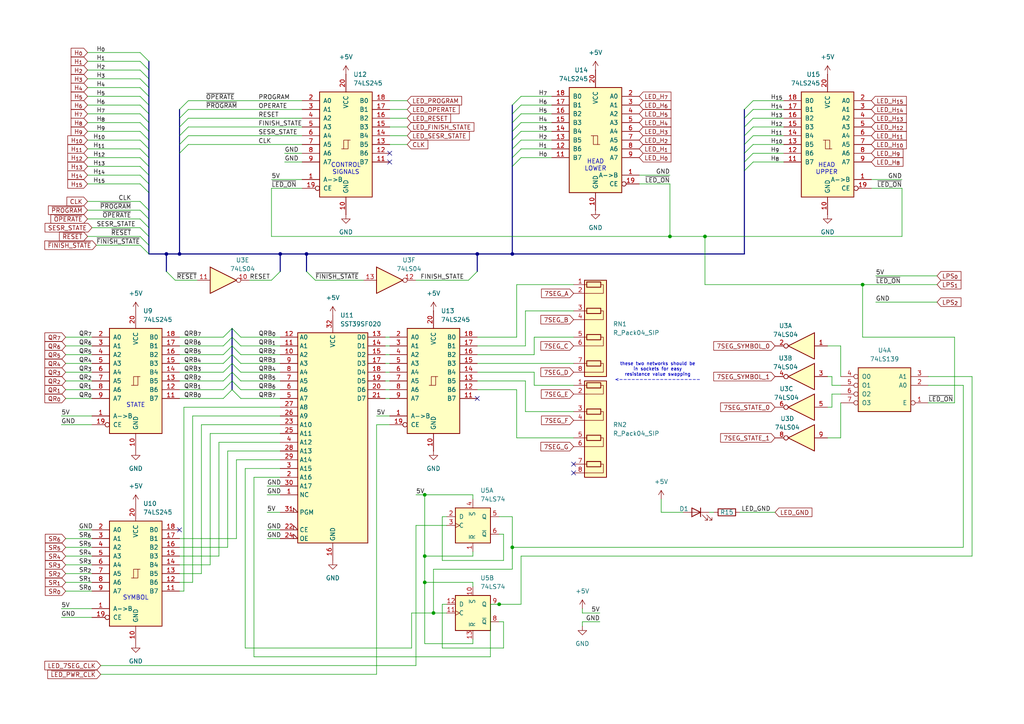
<source format=kicad_sch>
(kicad_sch (version 20250114) (generator "eeschema") (generator_version "9.0")
  (paper "A4")
  (text "HEAD\nUPPER" (at 239.776 49.022 0) (effects (font (size 1.27 1.27))))
  (text "SYMBOL" (at 39.37 173.482 0) (effects (font (size 1.27 1.27))))
  (text "CONTROL\nSIGNALS" (at 100.33 49.022 0) (effects (font (size 1.27 1.27))))
  (text "these two networks should be\nin sockets for easy\nresistance value swapping\n<--------------------" (at 190.754 107.95 0) (effects (font (size 0.9525 0.9525))))
  (text "HEAD\nLOWER" (at 172.72 48.006 0) (effects (font (size 1.27 1.27))))
  (text "STATE" (at 39.37 117.602 0) (effects (font (size 1.27 1.27))))
  (junction (at 204.47 68.58))
  (junction (at 123.19 143.51))
  (junction (at 138.43 73.66))
  (junction (at 48.26 73.66))
  (junction (at 144.78 175.26))
  (junction (at 194.31 68.58))
  (junction (at 88.9 73.66))
  (junction (at 250.19 82.55))
  (junction (at 123.19 161.29))
  (junction (at 148.59 158.75))
  (junction (at 81.28 73.66))
  (junction (at 125.73 177.8))
  (junction (at 52.07 73.66))
  (junction (at 123.19 168.91))
  (junction (at 148.59 73.66))
  (no_connect (at 113.03 44.45))
  (no_connect (at 138.43 115.57))
  (no_connect (at 52.07 153.67))
  (no_connect (at 113.03 46.99))
  (no_connect (at 166.37 134.62))
  (no_connect (at 166.37 137.16))
  (bus_entry (at 43.18 50.8) (size -2.54 -2.54))
  (bus_entry (at 64.77 100.33) (size 2.54 -2.54))
  (bus_entry (at 43.18 33.02) (size -2.54 -2.54))
  (bus_entry (at 64.77 105.41) (size 2.54 -2.54))
  (bus_entry (at 81.28 78.74) (size -2.54 2.54))
  (bus_entry (at 69.85 100.33) (size -2.54 -2.54))
  (bus_entry (at 138.43 78.74) (size -2.54 2.54))
  (bus_entry (at 43.18 17.78) (size -2.54 -2.54))
  (bus_entry (at 43.18 30.48) (size -2.54 -2.54))
  (bus_entry (at 69.85 97.79) (size -2.54 -2.54))
  (bus_entry (at 148.59 35.56) (size 2.54 -2.54))
  (bus_entry (at 43.18 63.5) (size -2.54 -2.54))
  (bus_entry (at 215.9 49.53) (size 2.54 -2.54))
  (bus_entry (at 64.77 102.87) (size 2.54 -2.54))
  (bus_entry (at 52.07 36.83) (size 2.54 -2.54))
  (bus_entry (at 215.9 41.91) (size 2.54 -2.54))
  (bus_entry (at 43.18 20.32) (size -2.54 -2.54))
  (bus_entry (at 52.07 44.45) (size 2.54 -2.54))
  (bus_entry (at 43.18 60.96) (size -2.54 -2.54))
  (bus_entry (at 43.18 27.94) (size -2.54 -2.54))
  (bus_entry (at 43.18 48.26) (size -2.54 -2.54))
  (bus_entry (at 148.59 43.18) (size 2.54 -2.54))
  (bus_entry (at 64.77 97.79) (size 2.54 -2.54))
  (bus_entry (at 43.18 73.66) (size -2.54 -2.54))
  (bus_entry (at 215.9 46.99) (size 2.54 -2.54))
  (bus_entry (at 52.07 39.37) (size 2.54 -2.54))
  (bus_entry (at 69.85 107.95) (size -2.54 -2.54))
  (bus_entry (at 43.18 38.1) (size -2.54 -2.54))
  (bus_entry (at 64.77 107.95) (size 2.54 -2.54))
  (bus_entry (at 43.18 45.72) (size -2.54 -2.54))
  (bus_entry (at 64.77 110.49) (size 2.54 -2.54))
  (bus_entry (at 43.18 66.04) (size -2.54 -2.54))
  (bus_entry (at 48.26 78.74) (size 2.54 2.54))
  (bus_entry (at 64.77 115.57) (size 2.54 -2.54))
  (bus_entry (at 69.85 102.87) (size -2.54 -2.54))
  (bus_entry (at 52.07 31.75) (size 2.54 -2.54))
  (bus_entry (at 43.18 35.56) (size -2.54 -2.54))
  (bus_entry (at 64.77 113.03) (size 2.54 -2.54))
  (bus_entry (at 52.07 34.29) (size 2.54 -2.54))
  (bus_entry (at 215.9 34.29) (size 2.54 -2.54))
  (bus_entry (at 43.18 43.18) (size -2.54 -2.54))
  (bus_entry (at 148.59 30.48) (size 2.54 -2.54))
  (bus_entry (at 148.59 33.02) (size 2.54 -2.54))
  (bus_entry (at 43.18 71.12) (size -2.54 -2.54))
  (bus_entry (at 215.9 44.45) (size 2.54 -2.54))
  (bus_entry (at 69.85 115.57) (size -2.54 -2.54))
  (bus_entry (at 43.18 25.4) (size -2.54 -2.54))
  (bus_entry (at 148.59 48.26) (size 2.54 -2.54))
  (bus_entry (at 215.9 31.75) (size 2.54 -2.54))
  (bus_entry (at 52.07 41.91) (size 2.54 -2.54))
  (bus_entry (at 215.9 39.37) (size 2.54 -2.54))
  (bus_entry (at 215.9 36.83) (size 2.54 -2.54))
  (bus_entry (at 148.59 40.64) (size 2.54 -2.54))
  (bus_entry (at 43.18 53.34) (size -2.54 -2.54))
  (bus_entry (at 69.85 113.03) (size -2.54 -2.54))
  (bus_entry (at 43.18 40.64) (size -2.54 -2.54))
  (bus_entry (at 148.59 45.72) (size 2.54 -2.54))
  (bus_entry (at 148.59 38.1) (size 2.54 -2.54))
  (bus_entry (at 43.18 22.86) (size -2.54 -2.54))
  (bus_entry (at 43.18 68.58) (size -2.54 -2.54))
  (bus_entry (at 43.18 55.88) (size -2.54 -2.54))
  (bus_entry (at 69.85 105.41) (size -2.54 -2.54))
  (bus_entry (at 69.85 110.49) (size -2.54 -2.54))
  (bus_entry (at 88.9 78.74) (size 2.54 2.54))
  (wire (pts (xy 243.84 100.33) (xy 240.03 100.33)))
  (wire (pts (xy 149.86 97.79) (xy 149.86 82.55)))
  (wire (pts (xy 168.91 180.34) (xy 168.91 181.61)))
  (bus (pts (xy 43.18 53.34) (xy 43.18 55.88)))
  (wire (pts (xy 120.65 81.28) (xy 135.89 81.28)))
  (wire (pts (xy 111.76 97.79) (xy 113.03 97.79)))
  (wire (pts (xy 19.05 115.57) (xy 26.67 115.57)))
  (wire (pts (xy 53.34 118.11) (xy 81.28 118.11)))
  (wire (pts (xy 68.58 133.35) (xy 81.28 133.35)))
  (wire (pts (xy 73.66 138.43) (xy 73.66 190.5)))
  (wire (pts (xy 25.4 35.56) (xy 40.64 35.56)))
  (wire (pts (xy 168.91 176.53) (xy 168.91 177.8)))
  (wire (pts (xy 149.86 127) (xy 166.37 127)))
  (wire (pts (xy 25.4 63.5) (xy 40.64 63.5)))
  (wire (pts (xy 138.43 105.41) (xy 166.37 105.41)))
  (wire (pts (xy 91.44 81.28) (xy 105.41 81.28)))
  (wire (pts (xy 52.07 105.41) (xy 64.77 105.41)))
  (wire (pts (xy 276.86 116.84) (xy 276.86 97.79)))
  (wire (pts (xy 144.78 180.34) (xy 146.05 180.34)))
  (bus (pts (xy 43.18 43.18) (xy 43.18 45.72)))
  (wire (pts (xy 22.86 153.67) (xy 26.67 153.67)))
  (bus (pts (xy 52.07 73.66) (xy 81.28 73.66)))
  (wire (pts (xy 54.61 29.21) (xy 87.63 29.21)))
  (wire (pts (xy 144.78 175.26) (xy 151.13 175.26)))
  (wire (pts (xy 137.16 144.78) (xy 137.16 143.51)))
  (wire (pts (xy 137.16 160.02) (xy 137.16 161.29)))
  (wire (pts (xy 82.55 46.99) (xy 87.63 46.99)))
  (bus (pts (xy 43.18 40.64) (xy 43.18 43.18)))
  (wire (pts (xy 204.47 82.55) (xy 204.47 68.58)))
  (wire (pts (xy 54.61 34.29) (xy 87.63 34.29)))
  (wire (pts (xy 261.62 52.07) (xy 252.73 52.07)))
  (wire (pts (xy 261.62 54.61) (xy 252.73 54.61)))
  (wire (pts (xy 19.05 105.41) (xy 26.67 105.41)))
  (wire (pts (xy 52.07 102.87) (xy 64.77 102.87)))
  (wire (pts (xy 81.28 130.81) (xy 66.04 130.81)))
  (wire (pts (xy 111.76 100.33) (xy 113.03 100.33)))
  (bus (pts (xy 43.18 68.58) (xy 43.18 71.12)))
  (wire (pts (xy 60.96 125.73) (xy 60.96 163.83)))
  (wire (pts (xy 243.84 114.3) (xy 241.3 114.3)))
  (wire (pts (xy 58.42 123.19) (xy 58.42 166.37)))
  (bus (pts (xy 52.07 31.75) (xy 52.07 34.29)))
  (wire (pts (xy 52.07 168.91) (xy 55.88 168.91)))
  (wire (pts (xy 152.4 119.38) (xy 166.37 119.38)))
  (wire (pts (xy 191.77 144.78) (xy 191.77 148.59)))
  (wire (pts (xy 63.5 128.27) (xy 81.28 128.27)))
  (wire (pts (xy 194.31 50.8) (xy 185.42 50.8)))
  (wire (pts (xy 52.07 166.37) (xy 58.42 166.37)))
  (bus (pts (xy 67.31 107.95) (xy 67.31 110.49)))
  (bus (pts (xy 138.43 73.66) (xy 138.43 78.74)))
  (wire (pts (xy 146.05 187.96) (xy 128.27 187.96)))
  (wire (pts (xy 19.05 107.95) (xy 26.67 107.95)))
  (wire (pts (xy 194.31 53.34) (xy 194.31 68.58)))
  (wire (pts (xy 111.76 113.03) (xy 113.03 113.03)))
  (bus (pts (xy 81.28 73.66) (xy 88.9 73.66)))
  (wire (pts (xy 191.77 148.59) (xy 198.12 148.59)))
  (wire (pts (xy 254 87.63) (xy 271.78 87.63)))
  (wire (pts (xy 71.12 187.96) (xy 119.38 187.96)))
  (wire (pts (xy 241.3 111.76) (xy 241.3 109.22)))
  (wire (pts (xy 194.31 68.58) (xy 204.47 68.58)))
  (wire (pts (xy 241.3 114.3) (xy 241.3 118.11)))
  (wire (pts (xy 149.86 82.55) (xy 166.37 82.55)))
  (wire (pts (xy 19.05 158.75) (xy 26.67 158.75)))
  (wire (pts (xy 241.3 109.22) (xy 240.03 109.22)))
  (wire (pts (xy 154.94 102.87) (xy 154.94 97.79)))
  (wire (pts (xy 19.05 97.79) (xy 26.67 97.79)))
  (wire (pts (xy 281.94 161.29) (xy 151.13 161.29)))
  (wire (pts (xy 81.28 97.79) (xy 69.85 97.79)))
  (wire (pts (xy 81.28 105.41) (xy 69.85 105.41)))
  (bus (pts (xy 67.31 95.25) (xy 67.31 97.79)))
  (wire (pts (xy 81.28 138.43) (xy 73.66 138.43)))
  (wire (pts (xy 111.76 105.41) (xy 113.03 105.41)))
  (wire (pts (xy 149.86 113.03) (xy 149.86 127)))
  (bus (pts (xy 215.9 36.83) (xy 215.9 39.37)))
  (bus (pts (xy 67.31 105.41) (xy 67.31 107.95)))
  (bus (pts (xy 43.18 55.88) (xy 43.18 60.96)))
  (bus (pts (xy 67.31 102.87) (xy 67.31 105.41)))
  (wire (pts (xy 123.19 143.51) (xy 123.19 161.29)))
  (wire (pts (xy 204.47 68.58) (xy 261.62 68.58)))
  (wire (pts (xy 53.34 118.11) (xy 53.34 171.45)))
  (wire (pts (xy 151.13 38.1) (xy 160.02 38.1)))
  (wire (pts (xy 109.22 123.19) (xy 113.03 123.19)))
  (wire (pts (xy 78.74 52.07) (xy 87.63 52.07)))
  (wire (pts (xy 52.07 115.57) (xy 64.77 115.57)))
  (wire (pts (xy 25.4 45.72) (xy 40.64 45.72)))
  (wire (pts (xy 120.65 143.51) (xy 123.19 143.51)))
  (wire (pts (xy 151.13 30.48) (xy 160.02 30.48)))
  (wire (pts (xy 128.27 175.26) (xy 129.54 175.26)))
  (wire (pts (xy 72.39 81.28) (xy 78.74 81.28)))
  (bus (pts (xy 43.18 66.04) (xy 43.18 68.58)))
  (wire (pts (xy 118.11 31.75) (xy 113.03 31.75)))
  (wire (pts (xy 241.3 118.11) (xy 240.03 118.11)))
  (wire (pts (xy 71.12 187.96) (xy 71.12 135.89)))
  (wire (pts (xy 25.4 48.26) (xy 40.64 48.26)))
  (bus (pts (xy 43.18 45.72) (xy 43.18 48.26)))
  (wire (pts (xy 29.21 195.58) (xy 109.22 195.58)))
  (wire (pts (xy 218.44 29.21) (xy 227.33 29.21)))
  (wire (pts (xy 52.07 163.83) (xy 60.96 163.83)))
  (wire (pts (xy 128.27 149.86) (xy 129.54 149.86)))
  (wire (pts (xy 154.94 107.95) (xy 154.94 111.76)))
  (wire (pts (xy 113.03 41.91) (xy 118.11 41.91)))
  (wire (pts (xy 250.19 82.55) (xy 271.78 82.55)))
  (wire (pts (xy 25.4 58.42) (xy 40.64 58.42)))
  (wire (pts (xy 254 80.01) (xy 271.78 80.01)))
  (bus (pts (xy 148.59 45.72) (xy 148.59 48.26)))
  (wire (pts (xy 123.19 161.29) (xy 123.19 168.91)))
  (wire (pts (xy 214.63 148.59) (xy 224.79 148.59)))
  (wire (pts (xy 19.05 163.83) (xy 26.67 163.83)))
  (wire (pts (xy 66.04 130.81) (xy 66.04 158.75)))
  (wire (pts (xy 138.43 97.79) (xy 149.86 97.79)))
  (wire (pts (xy 128.27 187.96) (xy 128.27 175.26)))
  (wire (pts (xy 109.22 120.65) (xy 113.03 120.65)))
  (wire (pts (xy 119.38 177.8) (xy 125.73 177.8)))
  (wire (pts (xy 111.76 110.49) (xy 113.03 110.49)))
  (wire (pts (xy 118.11 29.21) (xy 113.03 29.21)))
  (wire (pts (xy 218.44 46.99) (xy 227.33 46.99)))
  (wire (pts (xy 137.16 161.29) (xy 123.19 161.29)))
  (bus (pts (xy 48.26 73.66) (xy 48.26 78.74)))
  (bus (pts (xy 43.18 71.12) (xy 43.18 73.66)))
  (wire (pts (xy 52.07 97.79) (xy 64.77 97.79)))
  (wire (pts (xy 81.28 100.33) (xy 69.85 100.33)))
  (bus (pts (xy 43.18 63.5) (xy 43.18 66.04)))
  (wire (pts (xy 19.05 100.33) (xy 26.67 100.33)))
  (wire (pts (xy 137.16 168.91) (xy 123.19 168.91)))
  (wire (pts (xy 77.47 148.59) (xy 81.28 148.59)))
  (wire (pts (xy 54.61 31.75) (xy 87.63 31.75)))
  (wire (pts (xy 53.34 171.45) (xy 52.07 171.45)))
  (wire (pts (xy 109.22 123.19) (xy 109.22 195.58)))
  (wire (pts (xy 129.54 177.8) (xy 125.73 177.8)))
  (wire (pts (xy 218.44 31.75) (xy 227.33 31.75)))
  (wire (pts (xy 25.4 33.02) (xy 40.64 33.02)))
  (wire (pts (xy 71.12 135.89) (xy 81.28 135.89)))
  (wire (pts (xy 25.4 50.8) (xy 40.64 50.8)))
  (wire (pts (xy 154.94 97.79) (xy 166.37 97.79)))
  (wire (pts (xy 25.4 20.32) (xy 40.64 20.32)))
  (wire (pts (xy 63.5 128.27) (xy 63.5 161.29)))
  (wire (pts (xy 77.47 143.51) (xy 81.28 143.51)))
  (wire (pts (xy 168.91 177.8) (xy 173.99 177.8)))
  (wire (pts (xy 25.4 43.18) (xy 40.64 43.18)))
  (wire (pts (xy 25.4 30.48) (xy 40.64 30.48)))
  (wire (pts (xy 77.47 156.21) (xy 81.28 156.21)))
  (wire (pts (xy 218.44 41.91) (xy 227.33 41.91)))
  (wire (pts (xy 29.21 193.04) (xy 120.65 193.04)))
  (wire (pts (xy 276.86 97.79) (xy 250.19 97.79)))
  (wire (pts (xy 138.43 107.95) (xy 154.94 107.95)))
  (wire (pts (xy 52.07 100.33) (xy 64.77 100.33)))
  (wire (pts (xy 17.78 123.19) (xy 26.67 123.19)))
  (wire (pts (xy 279.4 111.76) (xy 269.24 111.76)))
  (wire (pts (xy 77.47 153.67) (xy 81.28 153.67)))
  (wire (pts (xy 52.07 113.03) (xy 64.77 113.03)))
  (wire (pts (xy 78.74 54.61) (xy 87.63 54.61)))
  (bus (pts (xy 52.07 44.45) (xy 52.07 73.66)))
  (bus (pts (xy 148.59 35.56) (xy 148.59 38.1)))
  (bus (pts (xy 138.43 73.66) (xy 148.59 73.66)))
  (wire (pts (xy 151.13 161.29) (xy 151.13 175.26)))
  (wire (pts (xy 17.78 179.07) (xy 26.67 179.07)))
  (bus (pts (xy 148.59 48.26) (xy 148.59 73.66)))
  (wire (pts (xy 19.05 102.87) (xy 26.67 102.87)))
  (wire (pts (xy 281.94 109.22) (xy 281.94 161.29)))
  (wire (pts (xy 25.4 27.94) (xy 40.64 27.94)))
  (wire (pts (xy 151.13 35.56) (xy 160.02 35.56)))
  (wire (pts (xy 25.4 60.96) (xy 40.64 60.96)))
  (wire (pts (xy 119.38 177.8) (xy 119.38 187.96)))
  (wire (pts (xy 17.78 176.53) (xy 26.67 176.53)))
  (bus (pts (xy 52.07 41.91) (xy 52.07 44.45)))
  (wire (pts (xy 27.94 71.12) (xy 40.64 71.12)))
  (wire (pts (xy 118.11 36.83) (xy 113.03 36.83)))
  (bus (pts (xy 215.9 49.53) (xy 215.9 73.66)))
  (wire (pts (xy 250.19 97.79) (xy 250.19 82.55)))
  (wire (pts (xy 118.11 34.29) (xy 113.03 34.29)))
  (bus (pts (xy 215.9 41.91) (xy 215.9 44.45)))
  (bus (pts (xy 215.9 44.45) (xy 215.9 46.99)))
  (wire (pts (xy 144.78 154.94) (xy 146.05 154.94)))
  (bus (pts (xy 43.18 73.66) (xy 48.26 73.66)))
  (wire (pts (xy 25.4 25.4) (xy 40.64 25.4)))
  (wire (pts (xy 151.13 43.18) (xy 160.02 43.18)))
  (wire (pts (xy 138.43 113.03) (xy 149.86 113.03)))
  (bus (pts (xy 43.18 17.78) (xy 43.18 20.32)))
  (wire (pts (xy 52.07 158.75) (xy 66.04 158.75)))
  (bus (pts (xy 148.59 43.18) (xy 148.59 45.72)))
  (bus (pts (xy 215.9 34.29) (xy 215.9 36.83)))
  (wire (pts (xy 138.43 100.33) (xy 152.4 100.33)))
  (wire (pts (xy 227.33 34.29) (xy 218.44 34.29)))
  (wire (pts (xy 120.65 152.4) (xy 129.54 152.4)))
  (wire (pts (xy 19.05 113.03) (xy 26.67 113.03)))
  (bus (pts (xy 52.07 39.37) (xy 52.07 41.91)))
  (wire (pts (xy 50.8 81.28) (xy 57.15 81.28)))
  (wire (pts (xy 113.03 39.37) (xy 118.11 39.37)))
  (wire (pts (xy 81.28 110.49) (xy 69.85 110.49)))
  (wire (pts (xy 204.47 82.55) (xy 250.19 82.55)))
  (wire (pts (xy 151.13 27.94) (xy 160.02 27.94)))
  (bus (pts (xy 48.26 73.66) (xy 52.07 73.66)))
  (wire (pts (xy 81.28 125.73) (xy 60.96 125.73)))
  (wire (pts (xy 77.47 140.97) (xy 81.28 140.97)))
  (wire (pts (xy 52.07 107.95) (xy 64.77 107.95)))
  (wire (pts (xy 19.05 168.91) (xy 26.67 168.91)))
  (bus (pts (xy 43.18 33.02) (xy 43.18 35.56)))
  (wire (pts (xy 82.55 44.45) (xy 87.63 44.45)))
  (wire (pts (xy 81.28 115.57) (xy 69.85 115.57)))
  (wire (pts (xy 81.28 102.87) (xy 69.85 102.87)))
  (wire (pts (xy 73.66 190.5) (xy 142.24 190.5)))
  (wire (pts (xy 243.84 111.76) (xy 241.3 111.76)))
  (wire (pts (xy 125.73 177.8) (xy 125.73 165.1)))
  (wire (pts (xy 146.05 162.56) (xy 128.27 162.56)))
  (bus (pts (xy 148.59 33.02) (xy 148.59 35.56)))
  (wire (pts (xy 152.4 110.49) (xy 152.4 119.38)))
  (wire (pts (xy 25.4 17.78) (xy 40.64 17.78)))
  (wire (pts (xy 25.4 53.34) (xy 40.64 53.34)))
  (wire (pts (xy 279.4 158.75) (xy 279.4 111.76)))
  (wire (pts (xy 25.4 68.58) (xy 40.64 68.58)))
  (wire (pts (xy 142.24 175.26) (xy 144.78 175.26)))
  (wire (pts (xy 218.44 44.45) (xy 227.33 44.45)))
  (wire (pts (xy 137.16 185.42) (xy 137.16 186.69)))
  (wire (pts (xy 146.05 180.34) (xy 146.05 187.96)))
  (wire (pts (xy 81.28 120.65) (xy 55.88 120.65)))
  (wire (pts (xy 148.59 158.75) (xy 148.59 165.1)))
  (wire (pts (xy 25.4 15.24) (xy 40.64 15.24)))
  (wire (pts (xy 111.76 107.95) (xy 113.03 107.95)))
  (wire (pts (xy 111.76 115.57) (xy 113.03 115.57)))
  (wire (pts (xy 218.44 39.37) (xy 227.33 39.37)))
  (wire (pts (xy 151.13 33.02) (xy 160.02 33.02)))
  (wire (pts (xy 52.07 161.29) (xy 63.5 161.29)))
  (wire (pts (xy 25.4 38.1) (xy 40.64 38.1)))
  (wire (pts (xy 243.84 109.22) (xy 243.84 100.33)))
  (wire (pts (xy 58.42 123.19) (xy 81.28 123.19)))
  (wire (pts (xy 54.61 36.83) (xy 87.63 36.83)))
  (wire (pts (xy 205.74 148.59) (xy 207.01 148.59)))
  (bus (pts (xy 88.9 73.66) (xy 88.9 78.74)))
  (wire (pts (xy 148.59 149.86) (xy 144.78 149.86)))
  (wire (pts (xy 81.28 113.03) (xy 69.85 113.03)))
  (wire (pts (xy 148.59 158.75) (xy 279.4 158.75)))
  (bus (pts (xy 67.31 100.33) (xy 67.31 102.87)))
  (wire (pts (xy 151.13 45.72) (xy 160.02 45.72)))
  (wire (pts (xy 128.27 162.56) (xy 128.27 149.86)))
  (wire (pts (xy 138.43 110.49) (xy 152.4 110.49)))
  (bus (pts (xy 43.18 25.4) (xy 43.18 27.94)))
  (bus (pts (xy 52.07 36.83) (xy 52.07 39.37)))
  (bus (pts (xy 43.18 38.1) (xy 43.18 40.64)))
  (bus (pts (xy 148.59 38.1) (xy 148.59 40.64)))
  (bus (pts (xy 43.18 30.48) (xy 43.18 33.02)))
  (bus (pts (xy 148.59 30.48) (xy 148.59 33.02)))
  (wire (pts (xy 151.13 40.64) (xy 160.02 40.64)))
  (wire (pts (xy 146.05 154.94) (xy 146.05 162.56)))
  (bus (pts (xy 43.18 35.56) (xy 43.18 38.1)))
  (wire (pts (xy 152.4 90.17) (xy 166.37 90.17)))
  (wire (pts (xy 78.74 68.58) (xy 194.31 68.58)))
  (wire (pts (xy 19.05 110.49) (xy 26.67 110.49)))
  (bus (pts (xy 67.31 110.49) (xy 67.31 113.03)))
  (wire (pts (xy 137.16 170.18) (xy 137.16 168.91)))
  (wire (pts (xy 243.84 116.84) (xy 243.84 127)))
  (bus (pts (xy 215.9 31.75) (xy 215.9 34.29)))
  (wire (pts (xy 19.05 161.29) (xy 26.67 161.29)))
  (bus (pts (xy 43.18 27.94) (xy 43.18 30.48)))
  (wire (pts (xy 19.05 171.45) (xy 26.67 171.45)))
  (wire (pts (xy 52.07 110.49) (xy 64.77 110.49)))
  (bus (pts (xy 67.31 97.79) (xy 67.31 100.33)))
  (wire (pts (xy 111.76 102.87) (xy 113.03 102.87)))
  (wire (pts (xy 154.94 111.76) (xy 166.37 111.76)))
  (wire (pts (xy 19.05 166.37) (xy 26.67 166.37)))
  (bus (pts (xy 43.18 22.86) (xy 43.18 25.4)))
  (wire (pts (xy 81.28 107.95) (xy 69.85 107.95)))
  (wire (pts (xy 68.58 133.35) (xy 68.58 156.21)))
  (bus (pts (xy 43.18 50.8) (xy 43.18 53.34)))
  (wire (pts (xy 26.67 66.04) (xy 40.64 66.04)))
  (bus (pts (xy 148.59 40.64) (xy 148.59 43.18)))
  (wire (pts (xy 123.19 186.69) (xy 137.16 186.69)))
  (wire (pts (xy 17.78 120.65) (xy 26.67 120.65)))
  (bus (pts (xy 215.9 46.99) (xy 215.9 49.53)))
  (wire (pts (xy 19.05 156.21) (xy 26.67 156.21)))
  (bus (pts (xy 81.28 73.66) (xy 81.28 78.74)))
  (wire (pts (xy 148.59 149.86) (xy 148.59 158.75)))
  (wire (pts (xy 269.24 116.84) (xy 276.86 116.84)))
  (wire (pts (xy 123.19 168.91) (xy 123.19 186.69)))
  (wire (pts (xy 194.31 53.34) (xy 185.42 53.34)))
  (wire (pts (xy 25.4 40.64) (xy 40.64 40.64)))
  (wire (pts (xy 168.91 180.34) (xy 173.99 180.34)))
  (bus (pts (xy 88.9 73.66) (xy 138.43 73.66)))
  (bus (pts (xy 43.18 60.96) (xy 43.18 63.5)))
  (wire (pts (xy 54.61 41.91) (xy 87.63 41.91)))
  (wire (pts (xy 269.24 109.22) (xy 281.94 109.22)))
  (bus (pts (xy 43.18 48.26) (xy 43.18 50.8)))
  (bus (pts (xy 52.07 34.29) (xy 52.07 36.83)))
  (wire (pts (xy 138.43 102.87) (xy 154.94 102.87)))
  (wire (pts (xy 218.44 36.83) (xy 227.33 36.83)))
  (wire (pts (xy 55.88 120.65) (xy 55.88 168.91)))
  (wire (pts (xy 25.4 22.86) (xy 40.64 22.86)))
  (wire (pts (xy 142.24 175.26) (xy 142.24 190.5)))
  (bus (pts (xy 148.59 73.66) (xy 215.9 73.66)))
  (wire (pts (xy 125.73 165.1) (xy 148.59 165.1)))
  (bus (pts (xy 215.9 39.37) (xy 215.9 41.91)))
  (wire (pts (xy 152.4 100.33) (xy 152.4 90.17)))
  (wire (pts (xy 137.16 143.51) (xy 123.19 143.51)))
  (wire (pts (xy 261.62 54.61) (xy 261.62 68.58)))
  (wire (pts (xy 120.65 152.4) (xy 120.65 193.04)))
  (bus (pts (xy 43.18 20.32) (xy 43.18 22.86)))
  (wire (pts (xy 52.07 156.21) (xy 68.58 156.21)))
  (wire (pts (xy 78.74 68.58) (xy 78.74 54.61)))
  (wire (pts (xy 54.61 39.37) (xy 87.63 39.37)))
  (wire (pts (xy 243.84 127) (xy 240.03 127)))
  (label "GND" (at 77.47 156.21 0))
  (label "GND" (at 254 87.63 0))
  (label "5V" (at 254 80.01 0))
  (label "GND" (at 77.47 140.97 0))
  (label "GND" (at 173.99 180.34 180))
  (label "~{FINISH_STATE}" (at 104.14 81.28 180))
  (label "H_{0}" (at 156.21 45.72 0))
  (label "QRB_{6}" (at 53.34 100.33 0))
  (label "H_{6}" (at 30.48 30.48 180))
  (label "H_{1}" (at 156.21 43.18 0))
  (label "GND" (at 261.62 52.07 180))
  (label "5V" (at 77.47 148.59 0))
  (label "H_{10}" (at 223.52 41.91 0))
  (label "QR_{4}" (at 22.86 105.41 0))
  (label "H_{5}" (at 30.48 27.94 180))
  (label "GND" (at 77.47 143.51 0))
  (label "QR_{6}" (at 22.86 100.33 0))
  (label "SR_{6}" (at 22.86 156.21 0))
  (label "~{OPERATE}" (at 59.69 29.21 0))
  (label "H_{8}" (at 30.48 35.56 180))
  (label "LED_GND" (at 223.52 148.59 180))
  (label "5V" (at 78.74 52.07 0))
  (label "SR_{0}" (at 22.86 171.45 0))
  (label "QR_{0}" (at 22.86 115.57 0))
  (label "QR_{7}" (at 22.86 97.79 0))
  (label "H_{1}" (at 30.48 17.78 180))
  (label "H_{2}" (at 30.48 20.32 180))
  (label "~{LED_ON}" (at 194.31 53.34 180))
  (label "H_{2}" (at 156.21 40.64 0))
  (label "QR_{3}" (at 22.86 107.95 0))
  (label "SR_{5}" (at 22.86 158.75 0))
  (label "H_{12}" (at 223.52 36.83 0))
  (label "QRB_{6}" (at 80.01 113.03 180))
  (label "SR_{3}" (at 22.86 163.83 0))
  (label "~{LED_ON}" (at 254 82.55 0))
  (label "QRB_{1}" (at 80.01 100.33 180))
  (label "OPERATE" (at 74.93 31.75 0))
  (label "SESR_STATE" (at 39.37 66.04 180))
  (label "SESR_STATE" (at 74.93 39.37 0))
  (label "~{RESET}" (at 57.15 81.28 180))
  (label "QRB_{3}" (at 80.01 105.41 180))
  (label "SR_{1}" (at 22.86 168.91 0))
  (label "H_{5}" (at 156.21 33.02 0))
  (label "FINISH_STATE" (at 74.93 36.83 0))
  (label "FINISH_STATE" (at 121.92 81.28 0))
  (label "QRB_{0}" (at 80.01 97.79 180))
  (label "QRB_{4}" (at 80.01 107.95 180))
  (label "H_{11}" (at 223.52 39.37 0))
  (label "QRB_{4}" (at 53.34 105.41 0))
  (label "SR_{2}" (at 22.86 166.37 0))
  (label "QRB_{0}" (at 53.34 115.57 0))
  (label "~{LED_ON}" (at 261.62 54.61 180))
  (label "GND" (at 82.55 46.99 0))
  (label "QRB_{2}" (at 53.34 110.49 0))
  (label "5V" (at 17.78 176.53 0))
  (label "H_{10}" (at 30.48 40.64 180))
  (label "SR_{4}" (at 22.86 161.29 0))
  (label "~{LED_ON}" (at 269.24 116.84 0))
  (label "H_{7}" (at 30.48 33.02 180))
  (label "QR_{2}" (at 22.86 110.49 0))
  (label "~{LED_ON}" (at 78.74 54.61 0))
  (label "QRB_{2}" (at 80.01 102.87 180))
  (label "QRB_{7}" (at 53.34 97.79 0))
  (label "H_{12}" (at 30.48 45.72 180))
  (label "H_{14}" (at 30.48 50.8 180))
  (label "H_{8}" (at 223.52 46.99 0))
  (label "PROGRAM" (at 74.93 29.21 0))
  (label "QRB_{3}" (at 53.34 107.95 0))
  (label "~{OPERATE}" (at 38.1 63.5 180))
  (label "QR_{5}" (at 22.86 102.87 0))
  (label "GND" (at 17.78 123.19 0))
  (label "RESET" (at 74.93 34.29 0))
  (label "H_{11}" (at 30.48 43.18 180))
  (label "GND" (at 77.47 153.67 0))
  (label "CLK" (at 38.1 58.42 180))
  (label "QR_{1}" (at 22.86 113.03 0))
  (label "H_{13}" (at 223.52 34.29 0))
  (label "QRB_{7}" (at 80.01 115.57 180))
  (label "RESET" (at 72.39 81.28 0))
  (label "5V" (at 173.99 177.8 180))
  (label "GND" (at 17.78 179.07 0))
  (label "H_{14}" (at 223.52 31.75 0))
  (label "5V" (at 109.22 120.65 0))
  (label "~{RESET}" (at 38.1 68.58 180))
  (label "GND" (at 82.55 44.45 0))
  (label "QRB_{5}" (at 80.01 110.49 180))
  (label "H_{0}" (at 30.48 15.24 180))
  (label "5V" (at 120.65 143.51 0))
  (label "~{PROGRAM}" (at 59.69 31.75 0))
  (label "H_{4}" (at 156.21 35.56 0))
  (label "H_{15}" (at 223.52 29.21 0))
  (label "H_{3}" (at 30.48 22.86 180))
  (label "QRB_{1}" (at 53.34 113.03 0))
  (label "QRB_{5}" (at 53.34 102.87 0))
  (label "~{PROGRAM}" (at 38.1 60.96 180))
  (label "H_{15}" (at 30.48 53.34 180))
  (label "H_{9}" (at 223.52 44.45 0))
  (label "H_{4}" (at 30.48 25.4 180))
  (label "H_{9}" (at 30.48 38.1 180))
  (label "H_{7}" (at 156.21 27.94 0))
  (label "GND" (at 22.86 153.67 0))
  (label "H_{3}" (at 156.21 38.1 0))
  (label "H_{13}" (at 30.48 48.26 180))
  (label "H_{6}" (at 156.21 30.48 0))
  (label "5V" (at 17.78 120.65 0))
  (label "~{FINISH_STATE}" (at 40.64 71.12 180))
  (label "CLK" (at 74.93 41.91 0))
  (label "GND" (at 194.31 50.8 180))
  (global_label "LED_FINISH_STATE" (shape input) (at 118.11 36.83 0) (property "Intersheetrefs" "${INTERSHEET_REFS}" (effects (hide yes))))
  (global_label "LED_RESET" (shape input) (at 118.11 34.29 0) (property "Intersheetrefs" "${INTERSHEET_REFS}" (effects (hide yes))))
  (global_label "LED_H_{13}" (shape input) (at 252.73 34.29 0) (property "Intersheetrefs" "${INTERSHEET_REFS}" (effects (hide yes))))
  (global_label "7SEG_STATE_1" (shape input) (at 224.79 127 180) (property "Intersheetrefs" "${INTERSHEET_REFS}" (effects (hide yes))))
  (global_label "~{FINISH_STATE}" (shape input) (at 27.94 71.12 180) (property "Intersheetrefs" "${INTERSHEET_REFS}" (effects (hide yes))))
  (global_label "LED_H_{11}" (shape input) (at 252.73 39.37 0) (property "Intersheetrefs" "${INTERSHEET_REFS}" (effects (hide yes))))
  (global_label "LED_OPERATE" (shape input) (at 118.11 31.75 0) (property "Intersheetrefs" "${INTERSHEET_REFS}" (effects (hide yes))))
  (global_label "H_{15}" (shape input) (at 25.4 53.34 180) (property "Intersheetrefs" "${INTERSHEET_REFS}" (effects (hide yes))))
  (global_label "H_{9}" (shape input) (at 25.4 38.1 180) (property "Intersheetrefs" "${INTERSHEET_REFS}" (effects (hide yes))))
  (global_label "LPS_{0}" (shape input) (at 271.78 80.01 0) (property "Intersheetrefs" "${INTERSHEET_REFS}" (effects (hide yes))))
  (global_label "7SEG_B" (shape input) (at 166.37 92.71 180) (property "Intersheetrefs" "${INTERSHEET_REFS}" (effects (hide yes))))
  (global_label "LED_H_{5}" (shape input) (at 185.42 33.02 0) (property "Intersheetrefs" "${INTERSHEET_REFS}" (effects (hide yes))))
  (global_label "QR_{5}" (shape input) (at 19.05 102.87 180) (property "Intersheetrefs" "${INTERSHEET_REFS}" (effects (hide yes))))
  (global_label "H_{11}" (shape input) (at 25.4 43.18 180) (property "Intersheetrefs" "${INTERSHEET_REFS}" (effects (hide yes))))
  (global_label "H_{4}" (shape input) (at 25.4 25.4 180) (property "Intersheetrefs" "${INTERSHEET_REFS}" (effects (hide yes))))
  (global_label "~{RESET}" (shape input) (at 25.4 68.58 180) (property "Intersheetrefs" "${INTERSHEET_REFS}" (effects (hide yes))))
  (global_label "7SEG_SYMBOL_0" (shape input) (at 224.79 100.33 180) (property "Intersheetrefs" "${INTERSHEET_REFS}" (effects (hide yes))))
  (global_label "SR_{5}" (shape input) (at 19.05 158.75 180) (property "Intersheetrefs" "${INTERSHEET_REFS}" (effects (hide yes))))
  (global_label "LED_H_{3}" (shape input) (at 185.42 38.1 0) (property "Intersheetrefs" "${INTERSHEET_REFS}" (effects (hide yes))))
  (global_label "LED_GND" (shape input) (at 224.79 148.59 0) (property "Intersheetrefs" "${INTERSHEET_REFS}" (effects (hide yes))))
  (global_label "H_{6}" (shape input) (at 25.4 30.48 180) (property "Intersheetrefs" "${INTERSHEET_REFS}" (effects (hide yes))))
  (global_label "H_{1}" (shape input) (at 25.4 17.78 180) (property "Intersheetrefs" "${INTERSHEET_REFS}" (effects (hide yes))))
  (global_label "LED_H_{14}" (shape input) (at 252.73 31.75 0) (property "Intersheetrefs" "${INTERSHEET_REFS}" (effects (hide yes))))
  (global_label "7SEG_SYMBOL_1" (shape input) (at 224.79 109.22 180) (property "Intersheetrefs" "${INTERSHEET_REFS}" (effects (hide yes))))
  (global_label "QR_{4}" (shape input) (at 19.05 105.41 180) (property "Intersheetrefs" "${INTERSHEET_REFS}" (effects (hide yes))))
  (global_label "LED_H_{15}" (shape input) (at 252.73 29.21 0) (property "Intersheetrefs" "${INTERSHEET_REFS}" (effects (hide yes))))
  (global_label "SR_{1}" (shape input) (at 19.05 168.91 180) (property "Intersheetrefs" "${INTERSHEET_REFS}" (effects (hide yes))))
  (global_label "LED_H_{1}" (shape input) (at 185.42 43.18 0) (property "Intersheetrefs" "${INTERSHEET_REFS}" (effects (hide yes))))
  (global_label "CLK" (shape input) (at 25.4 58.42 180) (property "Intersheetrefs" "${INTERSHEET_REFS}" (effects (hide yes))))
  (global_label "H_{7}" (shape input) (at 25.4 33.02 180) (property "Intersheetrefs" "${INTERSHEET_REFS}" (effects (hide yes))))
  (global_label "QR_{6}" (shape input) (at 19.05 100.33 180) (property "Intersheetrefs" "${INTERSHEET_REFS}" (effects (hide yes))))
  (global_label "SR_{6}" (shape input) (at 19.05 156.21 180) (property "Intersheetrefs" "${INTERSHEET_REFS}" (effects (hide yes))))
  (global_label "QR_{1}" (shape input) (at 19.05 113.03 180) (property "Intersheetrefs" "${INTERSHEET_REFS}" (effects (hide yes))))
  (global_label "LED_H_{8}" (shape input) (at 252.73 46.99 0) (property "Intersheetrefs" "${INTERSHEET_REFS}" (effects (hide yes))))
  (global_label "LED_SESR_STATE" (shape input) (at 118.11 39.37 0) (property "Intersheetrefs" "${INTERSHEET_REFS}" (effects (hide yes))))
  (global_label "H_{0}" (shape input) (at 25.4 15.24 180) (property "Intersheetrefs" "${INTERSHEET_REFS}" (effects (hide yes))))
  (global_label "LED_H_{0}" (shape input) (at 185.42 45.72 0) (property "Intersheetrefs" "${INTERSHEET_REFS}" (effects (hide yes))))
  (global_label "H_{3}" (shape input) (at 25.4 22.86 180) (property "Intersheetrefs" "${INTERSHEET_REFS}" (effects (hide yes))))
  (global_label "H_{5}" (shape input) (at 25.4 27.94 180) (property "Intersheetrefs" "${INTERSHEET_REFS}" (effects (hide yes))))
  (global_label "LED_H_{6}" (shape input) (at 185.42 30.48 0) (property "Intersheetrefs" "${INTERSHEET_REFS}" (effects (hide yes))))
  (global_label "7SEG_C" (shape input) (at 166.37 100.33 180) (property "Intersheetrefs" "${INTERSHEET_REFS}" (effects (hide yes))))
  (global_label "LED_7SEG_CLK" (shape input) (at 29.21 193.04 180) (property "Intersheetrefs" "${INTERSHEET_REFS}" (effects (hide yes))))
  (global_label "SESR_STATE" (shape input) (at 26.67 66.04 180) (property "Intersheetrefs" "${INTERSHEET_REFS}" (effects (hide yes))))
  (global_label "LED_H_{10}" (shape input) (at 252.73 41.91 0) (property "Intersheetrefs" "${INTERSHEET_REFS}" (effects (hide yes))))
  (global_label "LED_PROGRAM" (shape input) (at 118.11 29.21 0) (property "Intersheetrefs" "${INTERSHEET_REFS}" (effects (hide yes))))
  (global_label "LED_H_{4}" (shape input) (at 185.42 35.56 0) (property "Intersheetrefs" "${INTERSHEET_REFS}" (effects (hide yes))))
  (global_label "LPS_{1}" (shape input) (at 271.78 82.55 0) (property "Intersheetrefs" "${INTERSHEET_REFS}" (effects (hide yes))))
  (global_label "H_{2}" (shape input) (at 25.4 20.32 180) (property "Intersheetrefs" "${INTERSHEET_REFS}" (effects (hide yes))))
  (global_label "7SEG_F" (shape input) (at 166.37 121.92 180) (property "Intersheetrefs" "${INTERSHEET_REFS}" (effects (hide yes))))
  (global_label "SR_{0}" (shape input) (at 19.05 171.45 180) (property "Intersheetrefs" "${INTERSHEET_REFS}" (effects (hide yes))))
  (global_label "LED_H_{9}" (shape input) (at 252.73 44.45 0) (property "Intersheetrefs" "${INTERSHEET_REFS}" (effects (hide yes))))
  (global_label "LED_H_{2}" (shape input) (at 185.42 40.64 0) (property "Intersheetrefs" "${INTERSHEET_REFS}" (effects (hide yes))))
  (global_label "LPS_{2}" (shape input) (at 271.78 87.63 0) (property "Intersheetrefs" "${INTERSHEET_REFS}" (effects (hide yes))))
  (global_label "QR_{2}" (shape input) (at 19.05 110.49 180) (property "Intersheetrefs" "${INTERSHEET_REFS}" (effects (hide yes))))
  (global_label "LED_H_{7}" (shape input) (at 185.42 27.94 0) (property "Intersheetrefs" "${INTERSHEET_REFS}" (effects (hide yes))))
  (global_label "CLK" (shape input) (at 118.11 41.91 0) (property "Intersheetrefs" "${INTERSHEET_REFS}" (effects (hide yes))))
  (global_label "H_{12}" (shape input) (at 25.4 45.72 180) (property "Intersheetrefs" "${INTERSHEET_REFS}" (effects (hide yes))))
  (global_label "7SEG_A" (shape input) (at 166.37 85.09 180) (property "Intersheetrefs" "${INTERSHEET_REFS}" (effects (hide yes))))
  (global_label "7SEG_G" (shape input) (at 166.37 129.54 180) (property "Intersheetrefs" "${INTERSHEET_REFS}" (effects (hide yes))))
  (global_label "~{OPERATE}" (shape input) (at 25.4 63.5 180) (property "Intersheetrefs" "${INTERSHEET_REFS}" (effects (hide yes))))
  (global_label "~{LED_PWR_CLK}" (shape input) (at 29.21 195.58 180) (property "Intersheetrefs" "${INTERSHEET_REFS}" (effects (hide yes))))
  (global_label "LED_H_{12}" (shape input) (at 252.73 36.83 0) (property "Intersheetrefs" "${INTERSHEET_REFS}" (effects (hide yes))))
  (global_label "QR_{7}" (shape input) (at 19.05 97.79 180) (property "Intersheetrefs" "${INTERSHEET_REFS}" (effects (hide yes))))
  (global_label "~{PROGRAM}" (shape input) (at 25.4 60.96 180) (property "Intersheetrefs" "${INTERSHEET_REFS}" (effects (hide yes))))
  (global_label "H_{8}" (shape input) (at 25.4 35.56 180) (property "Intersheetrefs" "${INTERSHEET_REFS}" (effects (hide yes))))
  (global_label "H_{14}" (shape input) (at 25.4 50.8 180) (property "Intersheetrefs" "${INTERSHEET_REFS}" (effects (hide yes))))
  (global_label "QR_{0}" (shape input) (at 19.05 115.57 180) (property "Intersheetrefs" "${INTERSHEET_REFS}" (effects (hide yes))))
  (global_label "SR_{4}" (shape input) (at 19.05 161.29 180) (property "Intersheetrefs" "${INTERSHEET_REFS}" (effects (hide yes))))
  (global_label "SR_{3}" (shape input) (at 19.05 163.83 180) (property "Intersheetrefs" "${INTERSHEET_REFS}" (effects (hide yes))))
  (global_label "7SEG_E" (shape input) (at 166.37 114.3 180) (property "Intersheetrefs" "${INTERSHEET_REFS}" (effects (hide yes))))
  (global_label "QR_{3}" (shape input) (at 19.05 107.95 180) (property "Intersheetrefs" "${INTERSHEET_REFS}" (effects (hide yes))))
  (global_label "7SEG_D" (shape input) (at 166.37 107.95 180) (property "Intersheetrefs" "${INTERSHEET_REFS}" (effects (hide yes))))
  (global_label "SR_{2}" (shape input) (at 19.05 166.37 180) (property "Intersheetrefs" "${INTERSHEET_REFS}" (effects (hide yes))))
  (global_label "H_{10}" (shape input) (at 25.4 40.64 180) (property "Intersheetrefs" "${INTERSHEET_REFS}" (effects (hide yes))))
  (global_label "H_{13}" (shape input) (at 25.4 48.26 180) (property "Intersheetrefs" "${INTERSHEET_REFS}" (effects (hide yes))))
  (global_label "7SEG_STATE_0" (shape input) (at 224.79 118.11 180) (property "Intersheetrefs" "${INTERSHEET_REFS}" (effects (hide yes))))
  (symbol (lib_id "power:+5V") (at 39.37 146.05 0) (unit 1)
    (property "Reference" "#PWR062" (effects (hide yes)))
    (property "Value" "+5V" (at 39.37 140.97 0))
    (property "Description" "Power symbol creates a global label with name \"+5V\"" (effects (hide yes)))
  )
  (symbol (lib_id "power:GND") (at 240.03 62.23 0) (unit 1)
    (property "Reference" "#PWR076" (effects (hide yes)))
    (property "Value" "GND" (at 240.03 67.31 0))
    (property "Description" "Power symbol creates a global label with name \"GND\" , ground" (effects (hide yes)))
  )
  (symbol (lib_id "Device:R_Pack04_SIP") (at 171.45 95.25 270) (unit 1)
    (property "Reference" "RN1" (at 177.8 93.9799 90) (effects (justify left)))
    (property "Value" "R_Pack04_SIP" (at 177.8 96.5199 90) (effects (justify left)))
    (property "Footprint" "Resistor_THT:R_Array_SIP8" (effects (hide yes)))
    (property "Datasheet" "http://www.vishay.com/docs/31509/csc.pdf" (effects (hide yes)))
    (property "Description" "4 resistor network, parallel topology, SIP package" (effects (hide yes)))
  )
  (symbol (lib_id "74xx:74LS04") (at 232.41 127 0) (mirror y) (unit 4)
    (property "Reference" "U3" (at 228.346 121.412 0))
    (property "Value" "74LS04" (at 228.346 123.952 0))
    (property "Footprint" "Package_DIP:DIP-14_W7.62mm" (effects (hide yes)))
    (property "Datasheet" "http://www.ti.com/lit/gpn/sn74LS04" (effects (hide yes)))
    (property "Description" "Hex Inverter" (effects (hide yes)))
  )
  (symbol (lib_id "74xx:74LS04") (at 232.41 109.22 0) (mirror y) (unit 2)
    (property "Reference" "U3" (at 227.838 103.886 0))
    (property "Value" "74LS04" (at 227.838 106.426 0))
    (property "Footprint" "Package_DIP:DIP-14_W7.62mm" (effects (hide yes)))
    (property "Datasheet" "http://www.ti.com/lit/gpn/sn74LS04" (effects (hide yes)))
    (property "Description" "Hex Inverter" (effects (hide yes)))
  )
  (symbol (lib_id "74xx:74LS245") (at 172.72 40.64 0) (mirror y) (unit 1)
    (property "Reference" "U14" (at 170.5767 20.32 0) (effects (justify left)))
    (property "Value" "74LS245" (at 170.5767 22.86 0) (effects (justify left)))
    (property "Footprint" "Package_DIP:DIP-20_W7.62mm" (effects (hide yes)))
    (property "Datasheet" "http://www.ti.com/lit/gpn/sn74LS245" (effects (hide yes)))
    (property "Description" "Octal BUS Transceivers, 3-State outputs" (effects (hide yes)))
  )
  (symbol (lib_id "74xx:74LS245") (at 240.03 41.91 0) (mirror y) (unit 1)
    (property "Reference" "U15" (at 237.8867 21.59 0) (effects (justify left)))
    (property "Value" "74LS245" (at 237.8867 24.13 0) (effects (justify left)))
    (property "Footprint" "Package_DIP:DIP-20_W7.62mm" (effects (hide yes)))
    (property "Datasheet" "http://www.ti.com/lit/gpn/sn74LS245" (effects (hide yes)))
    (property "Description" "Octal BUS Transceivers, 3-State outputs" (effects (hide yes)))
  )
  (symbol (lib_id "74xx:74LS245") (at 125.73 110.49 0) (unit 1)
    (property "Reference" "U13" (at 127.8733 90.17 0) (effects (justify left)))
    (property "Value" "74LS245" (at 127.8733 92.71 0) (effects (justify left)))
    (property "Footprint" "Package_DIP:DIP-20_W7.62mm" (effects (hide yes)))
    (property "Datasheet" "http://www.ti.com/lit/gpn/sn74LS245" (effects (hide yes)))
    (property "Description" "Octal BUS Transceivers, 3-State outputs" (effects (hide yes)))
  )
  (symbol (lib_id "power:+5V") (at 191.77 144.78 0) (unit 1)
    (property "Reference" "#PWR074" (effects (hide yes)))
    (property "Value" "+5V" (at 191.77 139.7 0))
    (property "Description" "Power symbol creates a global label with name \"+5V\"" (effects (hide yes)))
  )
  (symbol (lib_id "power:GND") (at 100.33 62.23 0) (unit 1)
    (property "Reference" "#PWR067" (effects (hide yes)))
    (property "Value" "GND" (at 100.33 67.31 0))
    (property "Description" "Power symbol creates a global label with name \"GND\" , ground" (effects (hide yes)))
  )
  (symbol (lib_id "power:GND") (at 39.37 130.81 0) (unit 1)
    (property "Reference" "#PWR061" (effects (hide yes)))
    (property "Value" "GND" (at 39.37 135.89 0))
    (property "Description" "Power symbol creates a global label with name \"GND\" , ground" (effects (hide yes)))
  )
  (symbol (lib_id "power:+5V") (at 240.03 21.59 0) (unit 1)
    (property "Reference" "#PWR075" (effects (hide yes)))
    (property "Value" "+5V" (at 240.03 16.51 0))
    (property "Description" "Power symbol creates a global label with name \"+5V\"" (effects (hide yes)))
  )
  (symbol (lib_id "74xx:74LS245") (at 39.37 166.37 0) (unit 1)
    (property "Reference" "U10" (at 41.5133 146.05 0) (effects (justify left)))
    (property "Value" "74LS245" (at 41.5133 148.59 0) (effects (justify left)))
    (property "Footprint" "Package_DIP:DIP-20_W7.62mm" (effects (hide yes)))
    (property "Datasheet" "http://www.ti.com/lit/gpn/sn74LS245" (effects (hide yes)))
    (property "Description" "Octal BUS Transceivers, 3-State outputs" (effects (hide yes)))
  )
  (symbol (lib_id "power:+5V") (at 125.73 90.17 0) (unit 1)
    (property "Reference" "#PWR068" (effects (hide yes)))
    (property "Value" "+5V" (at 125.73 85.09 0))
    (property "Description" "Power symbol creates a global label with name \"+5V\"" (effects (hide yes)))
  )
  (symbol (lib_id "74xx:74LS245") (at 100.33 41.91 0) (unit 1)
    (property "Reference" "U12" (at 102.4733 21.59 0) (effects (justify left)))
    (property "Value" "74LS245" (at 102.4733 24.13 0) (effects (justify left)))
    (property "Footprint" "Package_DIP:DIP-20_W7.62mm" (effects (hide yes)))
    (property "Datasheet" "http://www.ti.com/lit/gpn/sn74LS245" (effects (hide yes)))
    (property "Description" "Octal BUS Transceivers, 3-State outputs" (effects (hide yes)))
  )
  (symbol (lib_id "74xx:74LS04") (at 113.03 81.28 0) (unit 6)
    (property "Reference" "U3" (at 118.618 75.438 0))
    (property "Value" "74LS04" (at 118.618 77.978 0))
    (property "Footprint" "Package_DIP:DIP-14_W7.62mm" (effects (hide yes)))
    (property "Datasheet" "http://www.ti.com/lit/gpn/sn74LS04" (effects (hide yes)))
    (property "Description" "Hex Inverter" (effects (hide yes)))
  )
  (symbol (lib_id "74xx:74LS74") (at 137.16 177.8 0) (unit 2)
    (property "Reference" "U5" (at 139.3033 167.64 0) (effects (justify left)))
    (property "Value" "74LS74" (at 139.3033 170.18 0) (effects (justify left)))
    (property "Footprint" "Package_DIP:DIP-14_W7.62mm" (effects (hide yes)))
    (property "Datasheet" "74xx/74hc_hct74.pdf" (effects (hide yes)))
    (property "Description" "Dual D Flip-flop, Set & Reset" (effects (hide yes)))
  )
  (symbol (lib_id "power:+5V") (at 168.91 176.53 0) (unit 1)
    (property "Reference" "#PWR070" (effects (hide yes)))
    (property "Value" "+5V" (at 168.91 171.45 0))
    (property "Description" "Power symbol creates a global label with name \"+5V\"" (effects (hide yes)))
  )
  (symbol (lib_id "74xx:74LS04") (at 64.77 81.28 0) (unit 5)
    (property "Reference" "U3" (at 70.358 75.438 0))
    (property "Value" "74LS04" (at 70.358 77.978 0))
    (property "Footprint" "Package_DIP:DIP-14_W7.62mm" (effects (hide yes)))
    (property "Datasheet" "http://www.ti.com/lit/gpn/sn74LS04" (effects (hide yes)))
    (property "Description" "Hex Inverter" (effects (hide yes)))
  )
  (symbol (lib_id "power:GND") (at 39.37 186.69 0) (unit 1)
    (property "Reference" "#PWR063" (effects (hide yes)))
    (property "Value" "GND" (at 39.37 191.77 0))
    (property "Description" "Power symbol creates a global label with name \"GND\" , ground" (effects (hide yes)))
  )
  (symbol (lib_id "power:+5V") (at 100.33 21.59 0) (unit 1)
    (property "Reference" "#PWR066" (effects (hide yes)))
    (property "Value" "+5V" (at 100.33 16.51 0))
    (property "Description" "Power symbol creates a global label with name \"+5V\"" (effects (hide yes)))
  )
  (symbol (lib_id "74xx:74LS04") (at 232.41 100.33 0) (mirror y) (unit 1)
    (property "Reference" "U3" (at 227.838 94.488 0))
    (property "Value" "74LS04" (at 227.838 97.028 0))
    (property "Footprint" "Package_DIP:DIP-14_W7.62mm" (effects (hide yes)))
    (property "Datasheet" "http://www.ti.com/lit/gpn/sn74LS04" (effects (hide yes)))
    (property "Description" "Hex Inverter" (effects (hide yes)))
  )
  (symbol (lib_id "Memory_Flash:SST39SF020") (at 96.52 128.27 0) (unit 1)
    (property "Reference" "U11" (at 98.6633 91.44 0) (effects (justify left)))
    (property "Value" "SST39SF020" (at 98.6633 93.98 0) (effects (justify left)))
    (property "Footprint" "Package_DIP:DIP-32_W15.24mm" (effects (hide yes)))
    (property "Datasheet" "http://ww1.microchip.com/downloads/en/DeviceDoc/25022B.pdf" (effects (hide yes)))
    (property "Description" "Silicon Storage Technology (SSF) 256k x 8 Flash ROM" (effects (hide yes)))
  )
  (symbol (lib_id "74xx:74LS245") (at 39.37 110.49 0) (unit 1)
    (property "Reference" "U9" (at 41.5133 90.17 0) (effects (justify left)))
    (property "Value" "74LS245" (at 41.5133 92.71 0) (effects (justify left)))
    (property "Footprint" "Package_DIP:DIP-20_W7.62mm" (effects (hide yes)))
    (property "Datasheet" "http://www.ti.com/lit/gpn/sn74LS245" (effects (hide yes)))
    (property "Description" "Octal BUS Transceivers, 3-State outputs" (effects (hide yes)))
  )
  (symbol (lib_id "74xx:74LS139") (at 256.54 111.76 0) (mirror y) (unit 1)
    (property "Reference" "U4" (at 256.54 101.6 0))
    (property "Value" "74LS139" (at 256.54 104.14 0))
    (property "Footprint" "Package_DIP:DIP-16_W7.62mm" (effects (hide yes)))
    (property "Datasheet" "http://www.ti.com/lit/ds/symlink/sn74ls139a.pdf" (effects (hide yes)))
    (property "Description" "Dual Decoder 1 of 4, Active low outputs" (effects (hide yes)))
  )
  (symbol (lib_id "Device:R_Pack04_SIP") (at 171.45 124.46 270) (unit 1)
    (property "Reference" "RN2" (at 177.8 123.1899 90) (effects (justify left)))
    (property "Value" "R_Pack04_SIP" (at 177.8 125.7299 90) (effects (justify left)))
    (property "Footprint" "Resistor_THT:R_Array_SIP8" (effects (hide yes)))
    (property "Datasheet" "http://www.vishay.com/docs/31509/csc.pdf" (effects (hide yes)))
    (property "Description" "4 resistor network, parallel topology, SIP package" (effects (hide yes)))
  )
  (symbol (lib_id "power:+5V") (at 39.37 90.17 0) (unit 1)
    (property "Reference" "#PWR060" (effects (hide yes)))
    (property "Value" "+5V" (at 39.37 85.09 0))
    (property "Description" "Power symbol creates a global label with name \"+5V\"" (effects (hide yes)))
  )
  (symbol (lib_id "power:GND") (at 96.52 162.56 0) (unit 1)
    (property "Reference" "#PWR065" (effects (hide yes)))
    (property "Value" "GND" (at 96.52 167.64 0))
    (property "Description" "Power symbol creates a global label with name \"GND\" , ground" (effects (hide yes)))
  )
  (symbol (lib_id "Device:LED") (at 201.93 148.59 0) (mirror y) (unit 1)
    (property "Reference" "D1" (at 198.374 147.574 0))
    (property "Value" "LED_POWER_R" (effects (hide yes)))
    (property "Footprint" "LED_THT:LED_D5.0mm" (effects (hide yes)))
    (property "Description" "Light emitting diode" (effects (hide yes)))
    (property "Sim.Pins" "1=K 2=A" (effects (hide yes)))
  )
  (symbol (lib_id "power:+5V") (at 96.52 91.44 0) (unit 1)
    (property "Reference" "#PWR064" (effects (hide yes)))
    (property "Value" "+5V" (at 96.52 86.36 0))
    (property "Description" "Power symbol creates a global label with name \"+5V\"" (effects (hide yes)))
  )
  (symbol (lib_id "power:GND") (at 172.72 60.96 0) (unit 1)
    (property "Reference" "#PWR073" (effects (hide yes)))
    (property "Value" "GND" (at 172.72 66.04 0))
    (property "Description" "Power symbol creates a global label with name \"GND\" , ground" (effects (hide yes)))
  )
  (symbol (lib_id "power:GND") (at 125.73 130.81 0) (unit 1)
    (property "Reference" "#PWR069" (effects (hide yes)))
    (property "Value" "GND" (at 125.73 135.89 0))
    (property "Description" "Power symbol creates a global label with name \"GND\" , ground" (effects (hide yes)))
  )
  (symbol (lib_id "74xx:74LS74") (at 137.16 152.4 0) (unit 1)
    (property "Reference" "U5" (at 139.3033 142.24 0) (effects (justify left)))
    (property "Value" "74LS74" (at 139.3033 144.78 0) (effects (justify left)))
    (property "Footprint" "Package_DIP:DIP-14_W7.62mm" (effects (hide yes)))
    (property "Datasheet" "74xx/74hc_hct74.pdf" (effects (hide yes)))
    (property "Description" "Dual D Flip-flop, Set & Reset" (effects (hide yes)))
  )
  (symbol (lib_id "74xx:74LS04") (at 232.41 118.11 0) (mirror y) (unit 3)
    (property "Reference" "U3" (at 228.092 112.776 0))
    (property "Value" "74LS04" (at 228.092 115.316 0))
    (property "Footprint" "Package_DIP:DIP-14_W7.62mm" (effects (hide yes)))
    (property "Datasheet" "http://www.ti.com/lit/gpn/sn74LS04" (effects (hide yes)))
    (property "Description" "Hex Inverter" (effects (hide yes)))
  )
  (symbol (lib_id "power:GND") (at 168.91 181.61 0) (unit 1)
    (property "Reference" "#PWR071" (effects (hide yes)))
    (property "Value" "GND" (at 168.91 186.69 0))
    (property "Description" "Power symbol creates a global label with name \"GND\" , ground" (effects (hide yes)))
  )
  (symbol (lib_id "Device:R") (at 210.82 148.59 90) (unit 1)
    (property "Reference" "R15" (at 210.82 148.59 90))
    (property "Value" "330Ω" (effects (hide yes)))
    (property "Footprint" "Resistor_THT:R_Axial_DIN0207_L6.3mm_D2.5mm_P10.16mm_Horizontal" (effects (hide yes)))
    (property "Description" "Resistor" (effects (hide yes)))
  )
  (symbol (lib_id "power:+5V") (at 172.72 20.32 0) (unit 1)
    (property "Reference" "#PWR072" (effects (hide yes)))
    (property "Value" "+5V" (at 172.72 15.24 0))
    (property "Description" "Power symbol creates a global label with name \"+5V\"" (effects (hide yes)))
  )
)
</source>
